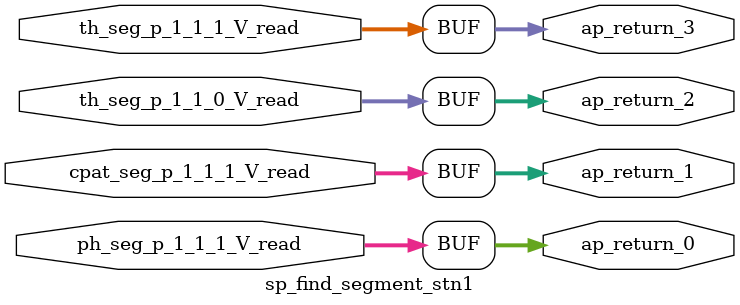
<source format=v>

`timescale 1 ns / 1 ps 

module sp_find_segment_stn1 (
        ph_seg_p_1_1_1_V_read,
        th_seg_p_1_1_0_V_read,
        th_seg_p_1_1_1_V_read,
        cpat_seg_p_1_1_1_V_read,
        ap_return_0,
        ap_return_1,
        ap_return_2,
        ap_return_3
);


input  [11:0] ph_seg_p_1_1_1_V_read;
input  [6:0] th_seg_p_1_1_0_V_read;
input  [6:0] th_seg_p_1_1_1_V_read;
input  [3:0] cpat_seg_p_1_1_1_V_read;
output  [11:0] ap_return_0;
output  [3:0] ap_return_1;
output  [6:0] ap_return_2;
output  [6:0] ap_return_3;

assign ap_return_0 = ph_seg_p_1_1_1_V_read;

assign ap_return_1 = cpat_seg_p_1_1_1_V_read;

assign ap_return_2 = th_seg_p_1_1_0_V_read;

assign ap_return_3 = th_seg_p_1_1_1_V_read;

endmodule //sp_find_segment_stn1

</source>
